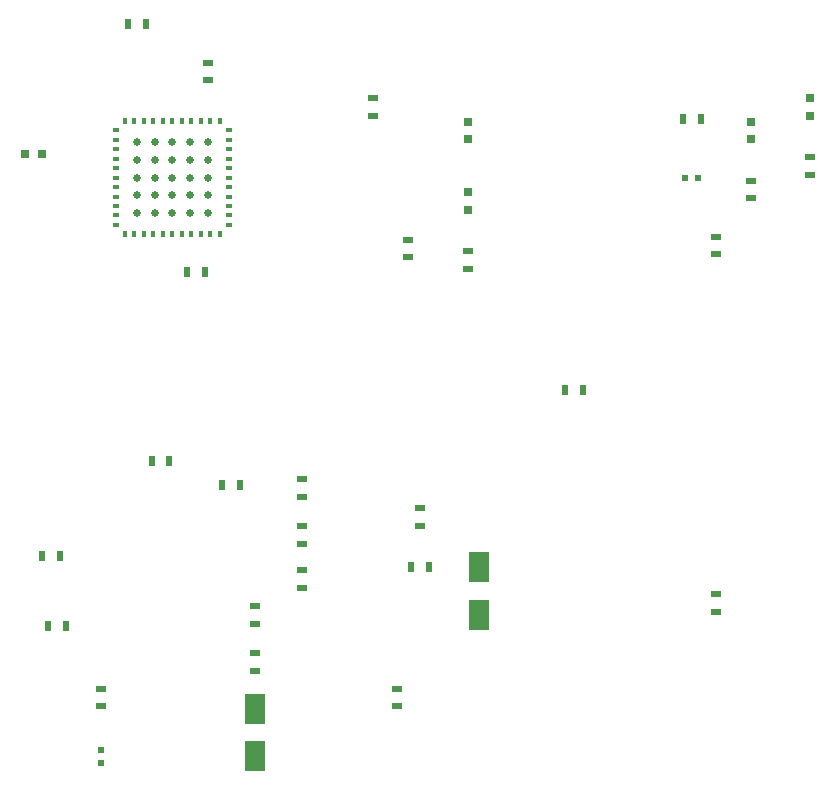
<source format=gbr>
G04 #@! TF.GenerationSoftware,KiCad,Pcbnew,(5.0.1)-3*
G04 #@! TF.CreationDate,2018-11-25T11:45:10-08:00*
G04 #@! TF.ProjectId,DashSight-Mezzanine-Card,4461736853696768742D4D657A7A616E,rev?*
G04 #@! TF.SameCoordinates,Original*
G04 #@! TF.FileFunction,Paste,Top*
G04 #@! TF.FilePolarity,Positive*
%FSLAX46Y46*%
G04 Gerber Fmt 4.6, Leading zero omitted, Abs format (unit mm)*
G04 Created by KiCad (PCBNEW (5.0.1)-3) date 25/11/2018 11:45:10 AM*
%MOMM*%
%LPD*%
G01*
G04 APERTURE LIST*
%ADD10C,0.650000*%
%ADD11R,0.550000X0.390000*%
%ADD12R,0.390000X0.550000*%
%ADD13R,0.500000X0.600000*%
%ADD14R,0.600000X0.500000*%
%ADD15R,0.750000X0.800000*%
%ADD16R,0.800000X0.750000*%
%ADD17R,1.800000X2.500000*%
%ADD18R,0.500000X0.900000*%
%ADD19R,0.900000X0.500000*%
G04 APERTURE END LIST*
D10*
G04 #@! TO.C,IC1*
X144000000Y-63000000D03*
X142500000Y-63000000D03*
X141000000Y-63000000D03*
X139500000Y-63000000D03*
X138000000Y-63000000D03*
X144000000Y-64500000D03*
X142500000Y-64500000D03*
X141000000Y-64500000D03*
X139500000Y-64500000D03*
X138000000Y-64500000D03*
X144000000Y-66000000D03*
X142500000Y-66000000D03*
X141000000Y-66000000D03*
X139500000Y-66000000D03*
X138000000Y-66000000D03*
X144000000Y-67500000D03*
X142500000Y-67500000D03*
X141000000Y-67500000D03*
X139500000Y-67500000D03*
X138000000Y-67500000D03*
X144000000Y-69000000D03*
X142500000Y-69000000D03*
X141000000Y-69000000D03*
X139500000Y-69000000D03*
X138000000Y-69000000D03*
D11*
X136200000Y-70000000D03*
X136200000Y-69200000D03*
X136200000Y-68400000D03*
X136200000Y-67600000D03*
X136200000Y-66800000D03*
X136200000Y-66000000D03*
X136200000Y-65200000D03*
X136200000Y-64400000D03*
X136200000Y-63600000D03*
X136200000Y-62800000D03*
X136200000Y-62000000D03*
D12*
X137000000Y-61200000D03*
X137800000Y-61200000D03*
X138600000Y-61200000D03*
X139400000Y-61200000D03*
X140200000Y-61200000D03*
X141000000Y-61200000D03*
X141800000Y-61200000D03*
X142600000Y-61200000D03*
X143400000Y-61200000D03*
X144200000Y-61200000D03*
X145000000Y-61200000D03*
D11*
X145800000Y-62000000D03*
X145800000Y-62800000D03*
X145800000Y-63600000D03*
X145800000Y-64400000D03*
X145800000Y-65200000D03*
X145800000Y-66000000D03*
X145800000Y-66800000D03*
X145800000Y-67600000D03*
X145800000Y-68400000D03*
X145800000Y-69200000D03*
X145800000Y-70000000D03*
D12*
X145000000Y-70800000D03*
X144200000Y-70800000D03*
X143400000Y-70800000D03*
X142600000Y-70800000D03*
X141800000Y-70800000D03*
X141000000Y-70800000D03*
X140200000Y-70800000D03*
X139400000Y-70800000D03*
X138600000Y-70800000D03*
X137800000Y-70800000D03*
X137000000Y-70800000D03*
G04 #@! TD*
D13*
G04 #@! TO.C,C2*
X135000000Y-115550000D03*
X135000000Y-114450000D03*
G04 #@! TD*
D14*
G04 #@! TO.C,C8*
X184450000Y-66000000D03*
X185550000Y-66000000D03*
G04 #@! TD*
D15*
G04 #@! TO.C,C3*
X195000000Y-59250000D03*
X195000000Y-60750000D03*
G04 #@! TD*
G04 #@! TO.C,C4*
X190000000Y-61250000D03*
X190000000Y-62750000D03*
G04 #@! TD*
D16*
G04 #@! TO.C,C5*
X128500000Y-64000000D03*
X130000000Y-64000000D03*
G04 #@! TD*
D15*
G04 #@! TO.C,C6*
X166000000Y-68750000D03*
X166000000Y-67250000D03*
G04 #@! TD*
G04 #@! TO.C,C7*
X166000000Y-61250000D03*
X166000000Y-62750000D03*
G04 #@! TD*
D17*
G04 #@! TO.C,D2*
X148000000Y-115000000D03*
X148000000Y-111000000D03*
G04 #@! TD*
G04 #@! TO.C,D3*
X167000000Y-103000000D03*
X167000000Y-99000000D03*
G04 #@! TD*
D18*
G04 #@! TO.C,L1*
X137250000Y-53000000D03*
X138750000Y-53000000D03*
G04 #@! TD*
D19*
G04 #@! TO.C,R25*
X152000000Y-95500000D03*
X152000000Y-97000000D03*
G04 #@! TD*
G04 #@! TO.C,R26*
X152000000Y-99250000D03*
X152000000Y-100750000D03*
G04 #@! TD*
D18*
G04 #@! TO.C,R27*
X146750000Y-92000000D03*
X145250000Y-92000000D03*
G04 #@! TD*
G04 #@! TO.C,R28*
X140750000Y-90000000D03*
X139250000Y-90000000D03*
G04 #@! TD*
D19*
G04 #@! TO.C,R29*
X162000000Y-95500000D03*
X162000000Y-94000000D03*
G04 #@! TD*
D18*
G04 #@! TO.C,R30*
X162750000Y-99000000D03*
X161250000Y-99000000D03*
G04 #@! TD*
D19*
G04 #@! TO.C,R1*
X144000000Y-56250000D03*
X144000000Y-57750000D03*
G04 #@! TD*
D18*
G04 #@! TO.C,R23*
X130000000Y-98000000D03*
X131500000Y-98000000D03*
G04 #@! TD*
G04 #@! TO.C,R21*
X130500000Y-104000000D03*
X132000000Y-104000000D03*
G04 #@! TD*
D19*
G04 #@! TO.C,R19*
X135000000Y-109250000D03*
X135000000Y-110750000D03*
G04 #@! TD*
D18*
G04 #@! TO.C,R2*
X143750000Y-74000000D03*
X142250000Y-74000000D03*
G04 #@! TD*
D19*
G04 #@! TO.C,R18*
X148000000Y-102250000D03*
X148000000Y-103750000D03*
G04 #@! TD*
G04 #@! TO.C,R24*
X152000000Y-91500000D03*
X152000000Y-93000000D03*
G04 #@! TD*
G04 #@! TO.C,R16*
X161000000Y-72750000D03*
X161000000Y-71250000D03*
G04 #@! TD*
G04 #@! TO.C,R15*
X166000000Y-73750000D03*
X166000000Y-72250000D03*
G04 #@! TD*
D18*
G04 #@! TO.C,R3*
X175750000Y-84000000D03*
X174250000Y-84000000D03*
G04 #@! TD*
G04 #@! TO.C,R12*
X184250000Y-61000000D03*
X185750000Y-61000000D03*
G04 #@! TD*
D19*
G04 #@! TO.C,R11*
X187000000Y-72500000D03*
X187000000Y-71000000D03*
G04 #@! TD*
G04 #@! TO.C,R10*
X187000000Y-101250000D03*
X187000000Y-102750000D03*
G04 #@! TD*
G04 #@! TO.C,R6*
X190000000Y-67750000D03*
X190000000Y-66250000D03*
G04 #@! TD*
G04 #@! TO.C,R5*
X195000000Y-65750000D03*
X195000000Y-64250000D03*
G04 #@! TD*
G04 #@! TO.C,R4*
X158000000Y-59250000D03*
X158000000Y-60750000D03*
G04 #@! TD*
G04 #@! TO.C,R14*
X148000000Y-107750000D03*
X148000000Y-106250000D03*
G04 #@! TD*
G04 #@! TO.C,R8*
X160000000Y-109250000D03*
X160000000Y-110750000D03*
G04 #@! TD*
M02*

</source>
